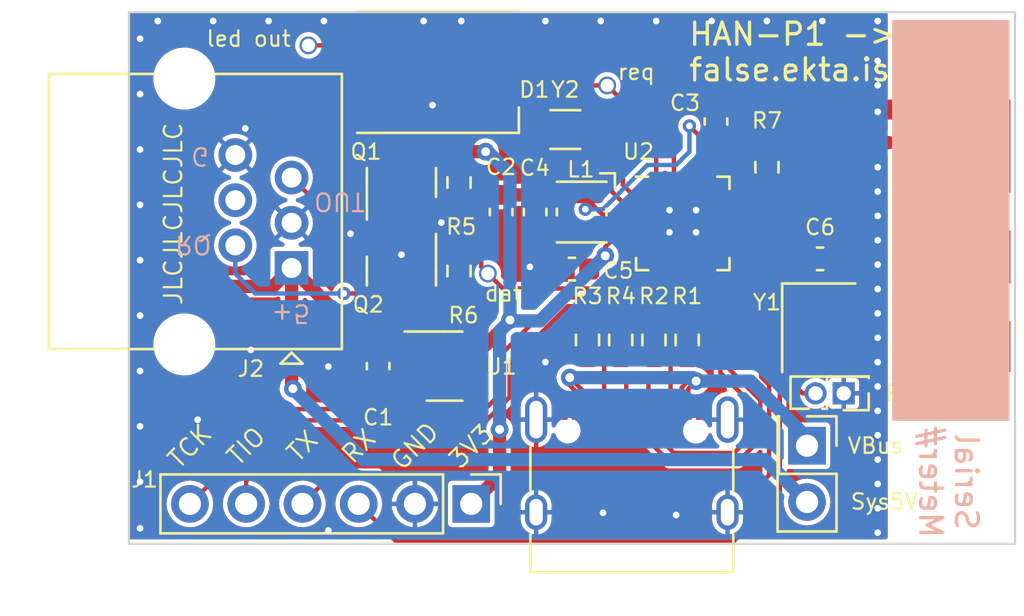
<source format=kicad_pcb>
(kicad_pcb (version 20211014) (generator pcbnew)
  (layers (0 "F.Cu" signal) (31 "B.Cu" signal) (34 "B.Paste" user) (35 "F.Paste" user) (36 "B.SilkS" user "B.Silkscreen") (37 "F.SilkS" user "F.Silkscreen") (38 "B.Mask" user) (39 "F.Mask" user) (44 "Edge.Cuts" user))
  (net 0 "")
  (net 1 "+5V")
  (net 2 "GND")
  (net 3 "/VDCIx")
  (net 4 "+3V3")
  (net 5 "/P1_REQ")
  (net 6 "/P1_OUT")
  (net 7 "/TIO")
  (net 8 "/TCK")
  (net 9 "/U_RX")
  (net 10 "/U_TX")
  (net 11 "Net-(L1-Pad2)")
  (net 12 "/P1_DATA")
  (net 13 "/P1_REQ_OUT")
  (net 15 "/USBP")
  (net 16 "/USBN")
  (net 18 "Net-(AE1-Pad1)")
  (net 21 "/LED_OUT3V3")
  (net 23 "Net-(D1-Pad1)")
  (net 26 "Net-(R7-Pad2)")
  (net 31 "/RST")
  (net 32 "/vinta")
  (net 33 "/x32o")
  (net 34 "/x32i")
  (net 36 "/clko")
  (net 37 "/clki")
  (net 38 "/cc1")
  (net 39 "/cc2")
  (net 40 "/vbus")
  (footprint "Package_TO_SOT_SMD:SOT-23" (layer "F.Cu") (at 112.3 85.6885 90)
    (fp_text reference "Q1" (at 1.3885 -1.6) (layer "F.SilkS") (effects (font (size 0.7 0.7) (thickness 0.1))))
    (fp_text value "BSS138")
    (pad "1" smd roundrect (at -0.9375 -0.95 90) (size 1.475 0.6) (layers "F.Cu" "F.Paste" "F.Mask") (net 6 "/P1_OUT"))
    (pad "2" smd roundrect (at -0.9375 0.95 90) (size 1.475 0.6) (layers "F.Cu" "F.Paste" "F.Mask") (net 2 "GND"))
    (pad "3" smd roundrect (at 0.9375 0 90) (size 1.475 0.6) (layers "F.Cu" "F.Paste" "F.Mask") (net 12 "/P1_DATA"))
  )
  (footprint "Package_TO_SOT_SMD:SOT-23-5" (layer "F.Cu") (at 114.2475 93.98)
    (fp_text reference "U1" (at 2.5525 0.02) (layer "F.SilkS") (effects (font (size 0.7 0.7) (thickness 0.1))))
    (fp_text value "MIC5504-3.3YM5")
    (pad "1" smd roundrect (at -1.1375 -0.95) (size 1.325 0.6) (layers "F.Cu" "F.Paste" "F.Mask") (net 1 "+5V"))
    (pad "2" smd roundrect (at -1.1375 0) (size 1.325 0.6) (layers "F.Cu" "F.Paste" "F.Mask") (net 2 "GND"))
    (pad "3" smd roundrect (at -1.1375 0.95) (size 1.325 0.6) (layers "F.Cu" "F.Paste" "F.Mask") (net 1 "+5V"))
    (pad "4" smd roundrect (at 1.1375 0.95) (size 1.325 0.6) (layers "F.Cu" "F.Paste" "F.Mask"))
    (pad "5" smd roundrect (at 1.1375 -0.95) (size 1.325 0.6) (layers "F.Cu" "F.Paste" "F.Mask") (net 4 "+3V3"))
  )
  (footprint "wch-antenna:ANT-F-1-2.4G-1.6MM-FR4-WCH-FLIP" (layer "F.Cu") (at 136.9 88.1 -90)
    (fp_text reference "AE1" hide)
    (fp_text value "Antenna_Loop" hide)
    (fp_poly (pts (xy 1.650319 -2.573093) (xy 2.150319 -2.573093) (xy 2.150319 0.246907) (xy 1.650319 0.246907)) (layer "F.Cu") (width 0) (fill solid))
    (fp_poly (pts (xy 3.850001 -2.892706) (xy 6.149998 -2.892706) (xy 6.149998 -2.392706) (xy 3.850001 -2.392706)) (layer "F.Cu") (width 0) (fill solid))
    (fp_poly (pts (xy -2.450387 -2.573021) (xy -1.950387 -2.573021) (xy -1.950387 0.246975) (xy -2.450387 0.246975)) (layer "F.Cu") (width 0) (fill solid))
    (fp_poly (pts (xy -6.149998 -2.892706) (xy -1.949999 -2.892706) (xy -1.949999 -2.392706) (xy -6.149998 -2.392706)) (layer "F.Cu") (width 0) (fill solid))
    (fp_poly (pts (xy -4.450385 -2.623822) (xy -3.950386 -2.623822) (xy -3.950386 2.707495) (xy -4.450385 2.707495)) (layer "F.Cu") (width 0) (fill solid))
    (fp_poly (pts (xy -0.250003 -2.892703) (xy 2.149997 -2.892703) (xy 2.149997 -2.392703) (xy -0.250003 -2.392703)) (layer "F.Cu") (width 0) (fill solid))
    (fp_poly (pts (xy -6.14968 -2.598494) (xy -5.24968 -2.598494) (xy -5.24968 2.457495) (xy -6.14968 2.457495)) (layer "F.Cu") (width 0) (fill solid))
    (fp_poly (pts (xy 3.850319 -2.573093) (xy 4.350319 -2.573093) (xy 4.350319 0.246907) (xy 3.850319 0.246907)) (layer "F.Cu") (width 0) (fill solid))
    (fp_poly (pts (xy -2.359993 -0.247506) (xy 0.180007 -0.247506) (xy 0.180007 0.247294) (xy -2.359993 0.247294)) (layer "F.Cu") (width 0) (fill solid))
    (fp_poly (pts (xy -0.25 -2.572703) (xy 0.250004 -2.572703) (xy 0.250004 0.247297) (xy -0.25 0.247297)) (layer "F.Cu") (width 0) (fill solid))
    (fp_poly (pts (xy 1.664613 -0.253021) (xy 4.153813 -0.253021) (xy 4.153813 0.246975) (xy 1.664613 0.246975)) (layer "F.Cu") (width 0) (fill solid))
    (fp_poly (pts (xy 5.650011 -2.572706) (xy 6.150008 -2.572706) (xy 6.150008 1.547294) (xy 5.650011 1.547294)) (layer "F.Cu") (width 0) (fill solid))
    (pad "1" smd rect (at -4.209996 2.6075 180) (size 0.2 0.2) (layers "F.Cu") (net 18 "Net-(AE1-Pad1)"))
    (pad "2" smd rect (at -5.69984 2.578749 180) (size 0.257498 0.89968) (layers "F.Cu") (net 2 "GND"))
  )
  (footprint "Capacitor_SMD:C_0603_1608Metric" (layer "F.Cu") (at 116.8 87.02475 -90)
    (fp_text reference "C2" (at -2.03475 0.006) (layer "F.SilkS") (effects (font (size 0.7 0.7) (thickness 0.1))))
    (fp_text value "2.2uF")
    (pad "1" smd roundrect (at -0.775 0 270) (size 0.9 0.95) (layers "F.Cu" "F.Paste" "F.Mask") (net 3 "/VDCIx"))
    (pad "2" smd roundrect (at 0.775 0 270) (size 0.9 0.95) (layers "F.Cu" "F.Paste" "F.Mask") (net 2 "GND"))
  )
  (footprint "Crystal:Crystal_SMD_3225-4Pin_3.2x2.5mm" (layer "F.Cu") (at 131.136 92.2505 -90)
    (fp_text reference "Y1" (at -1.1505 2.336) (layer "F.SilkS") (effects (font (size 0.7 0.7) (thickness 0.1))))
    (fp_text value "32M")
    (pad "1" smd rect (at -1.1 0.85 270) (size 1.4 1.2) (layers "F.Cu" "F.Paste" "F.Mask") (net 37 "/clki"))
    (pad "2" smd rect (at 1.1 0.85 270) (size 1.4 1.2) (layers "F.Cu" "F.Paste" "F.Mask") (net 2 "GND"))
    (pad "3" smd rect (at 1.1 -0.85 270) (size 1.4 1.2) (layers "F.Cu" "F.Paste" "F.Mask") (net 36 "/clko"))
    (pad "4" smd rect (at -1.1 -0.85 270) (size 1.4 1.2) (layers "F.Cu" "F.Paste" "F.Mask") (net 2 "GND"))
  )
  (footprint "Connector_PinHeader_1.27mm:PinHeader_2x01_P1.27mm_Vertical" (layer "F.Cu") (at 132.265 95.21 180)
    (fp_text reference "SW1" hide)
    (fp_text value "SW_Push")
    (fp_text user "RST" (at -2.835 0.01 unlocked) (layer "F.SilkS") (effects (font (size 0.7 0.7) (thickness 0.1))))
    (pad "1" thru_hole rect (at 0 0 180) (size 1 1) (drill 0.65) (layers *.Cu *.Mask) (net 2 "GND"))
    (pad "2" thru_hole oval (at 1.27 0 180) (size 1 1) (drill 0.65) (layers *.Cu *.Mask) (net 31 "/RST"))
  )
  (footprint "Capacitor_SMD:C_0603_1608Metric" (layer "F.Cu") (at 131.2 89.1385)
    (fp_text reference "C6" (at 0 -1.43) (layer "F.SilkS") (effects (font (size 0.7 0.7) (thickness 0.1))))
    (fp_text value "2.2uF")
    (pad "1" smd roundrect (at -0.775 0) (size 0.9 0.95) (layers "F.Cu" "F.Paste" "F.Mask") (net 32 "/vinta"))
    (pad "2" smd roundrect (at 0.775 0) (size 0.9 0.95) (layers "F.Cu" "F.Paste" "F.Mask") (net 2 "GND"))
  )
  (footprint "Package_TO_SOT_SMD:SOT-23" (layer "F.Cu") (at 112.3 89.6885 -90)
    (fp_text reference "Q2" (at 1.5115 1.5) (layer "F.SilkS") (effects (font (size 0.7 0.7) (thickness 0.1))))
    (fp_text value "BSS138")
    (pad "1" smd roundrect (at -0.9375 -0.95 270) (size 1.475 0.6) (layers "F.Cu" "F.Paste" "F.Mask") (net 13 "/P1_REQ_OUT"))
    (pad "2" smd roundrect (at -0.9375 0.95 270) (size 1.475 0.6) (layers "F.Cu" "F.Paste" "F.Mask") (net 2 "GND"))
    (pad "3" smd roundrect (at 0.9375 0 270) (size 1.475 0.6) (layers "F.Cu" "F.Paste" "F.Mask") (net 5 "/P1_REQ"))
  )
  (footprint "Resistor_SMD:R_0603_1608Metric" (layer "F.Cu") (at 120.7 92.8 -90)
    (fp_text reference "R3" (at -1.98 0 180) (layer "F.SilkS") (effects (font (size 0.7 0.7) (thickness 0.1))))
    (fp_text value "10k")
    (pad "1" smd roundrect (at -0.825 0 270) (size 0.8 0.95) (layers "F.Cu" "F.Paste" "F.Mask") (net 2 "GND"))
    (pad "2" smd roundrect (at 0.825 0 270) (size 0.8 0.95) (layers "F.Cu" "F.Paste" "F.Mask") (net 38 "/cc1"))
  )
  (footprint "Capacitor_SMD:C_0603_1608Metric" (layer "F.Cu") (at 120 89.6 180)
    (fp_text reference "C5" (at -2.09 -0.07) (layer "F.SilkS") (effects (font (size 0.7 0.7) (thickness 0.1))))
    (fp_text value "2.2uF")
    (pad "1" smd roundrect (at -0.775 0 180) (size 0.9 0.95) (layers "F.Cu" "F.Paste" "F.Mask") (net 4 "+3V3"))
    (pad "2" smd roundrect (at 0.775 0 180) (size 0.9 0.95) (layers "F.Cu" "F.Paste" "F.Mask") (net 2 "GND"))
  )
  (footprint "et-parts:L_Changjiang_FNR252012S" (layer "F.Cu") (at 120.436 87.02475 -90)
    (fp_text reference "L1" (at -1.92475 0.036) (layer "F.SilkS") (effects (font (size 0.7 0.7) (thickness 0.1))))
    (fp_text value "10uH")
    (pad "1" smd roundrect (at -0.825 0 270) (size 0.85 2) (layers "F.Cu" "F.Paste" "F.Mask") (net 3 "/VDCIx"))
    (pad "2" smd roundrect (at 0.825 0 270) (size 0.85 2) (layers "F.Cu" "F.Paste" "F.Mask") (net 11 "Net-(L1-Pad2)"))
  )
  (footprint "et-parts:TestPoint_Plated_Hole_0.6_D0.8mm" (layer "F.Cu") (at 108.1 79.5)
    (fp_text reference "TP3" hide)
    (fp_text value "TestPoint")
    (pad "1" thru_hole circle (at 0 0) (size 0.8 0.8) (drill 0.6) (layers *.Cu *.Mask) (net 23 "Net-(D1-Pad1)"))
  )
  (footprint "Resistor_SMD:R_0603_1608Metric" (layer "F.Cu") (at 128.8 85 -90)
    (fp_text reference "R7" (at -2.1 0 180) (layer "F.SilkS") (effects (font (size 0.7 0.7) (thickness 0.1))))
    (fp_text value "0")
    (pad "1" smd roundrect (at -0.825 0 270) (size 0.8 0.95) (layers "F.Cu" "F.Paste" "F.Mask") (net 18 "Net-(AE1-Pad1)"))
    (pad "2" smd roundrect (at 0.825 0 270) (size 0.8 0.95) (layers "F.Cu" "F.Paste" "F.Mask") (net 26 "Net-(R7-Pad2)"))
  )
  (footprint "et-parts:TestPoint_Plated_Hole_0.6_D0.8mm" (layer "F.Cu") (at 116.2 89.8)
    (fp_text reference "TP1" hide)
    (fp_text value "TestPoint")
    (pad "1" thru_hole circle (at 0 0) (size 0.8 0.8) (drill 0.6) (layers *.Cu *.Mask) (net 12 "/P1_DATA"))
  )
  (footprint "Package_DFN_QFN:QFN-28-1EP_4x4mm_P0.4mm_EP2.6x2.6mm" (layer "F.Cu") (at 125 87.5385)
    (fp_text reference "U2" (at -2 -3.2385) (layer "F.SilkS") (effects (font (size 0.7 0.7) (thickness 0.1))))
    (fp_text value "CH582F")
    (pad "1" smd roundrect (at -1.9375 -1.2) (size 0.875 0.2) (layers "F.Cu" "F.Paste" "F.Mask") (net 33 "/x32o"))
    (pad "2" smd roundrect (at -1.9375 -0.8) (size 0.875 0.2) (layers "F.Cu" "F.Paste" "F.Mask") (net 34 "/x32i"))
    (pad "3" smd roundrect (at -1.9375 -0.4) (size 0.875 0.2) (layers "F.Cu" "F.Paste" "F.Mask") (net 3 "/VDCIx"))
    (pad "4" smd roundrect (at -1.9375 0) (size 0.875 0.2) (layers "F.Cu" "F.Paste" "F.Mask") (net 11 "Net-(L1-Pad2)"))
    (pad "5" smd roundrect (at -1.9375 0.4) (size 0.875 0.2) (layers "F.Cu" "F.Paste" "F.Mask") (net 4 "+3V3"))
    (pad "6" smd roundrect (at -1.9375 0.8) (size 0.875 0.2) (layers "F.Cu" "F.Paste" "F.Mask") (net 12 "/P1_DATA"))
    (pad "7" smd roundrect (at -1.9375 1.2) (size 0.875 0.2) (layers "F.Cu" "F.Paste" "F.Mask"))
    (pad "8" smd roundrect (at -1.2 1.9375) (size 0.2 0.875) (layers "F.Cu" "F.Paste" "F.Mask") (net 8 "/TCK"))
    (pad "9" smd roundrect (at -0.8 1.9375) (size 0.2 0.875) (layers "F.Cu" "F.Paste" "F.Mask") (net 7 "/TIO"))
    (pad "10" smd roundrect (at -0.4 1.9375) (size 0.2 0.875) (layers "F.Cu" "F.Paste" "F.Mask"))
    (pad "11" smd roundrect (at 0 1.9375) (size 0.2 0.875) (layers "F.Cu" "F.Paste" "F.Mask"))
    (pad "12" smd roundrect (at 0.4 1.9375) (size 0.2 0.875) (layers "F.Cu" "F.Paste" "F.Mask") (net 15 "/USBP"))
    (pad "13" smd roundrect (at 0.8 1.9375) (size 0.2 0.875) (layers "F.Cu" "F.Paste" "F.Mask") (net 16 "/USBN"))
    (pad "14" smd roundrect (at 1.2 1.9375) (size 0.2 0.875) (layers "F.Cu" "F.Paste" "F.Mask") (net 10 "/U_TX"))
    (pad "15" smd roundrect (at 1.9375 1.2) (size 0.875 0.2) (layers "F.Cu" "F.Paste" "F.Mask") (net 9 "/U_RX"))
    (pad "16" smd roundrect (at 1.9375 0.8) (size 0.875 0.2) (layers "F.Cu" "F.Paste" "F.Mask") (net 31 "/RST"))
    (pad "17" smd roundrect (at 1.9375 0.4) (size 0.875 0.2) (layers "F.Cu" "F.Paste" "F.Mask"))
    (pad "18" smd roundrect (at 1.9375 0) (size 0.875 0.2) (layers "F.Cu" "F.Paste" "F.Mask") (net 36 "/clko"))
    (pad "19" smd roundrect (at 1.9375 -0.4) (size 0.875 0.2) (layers "F.Cu" "F.Paste" "F.Mask") (net 37 "/clki"))
    (pad "20" smd roundrect (at 1.9375 -0.8) (size 0.875 0.2) (layers "F.Cu" "F.Paste" "F.Mask") (net 32 "/vinta"))
    (pad "21" smd roundrect (at 1.9375 -1.2) (size 0.875 0.2) (layers "F.Cu" "F.Paste" "F.Mask") (net 26 "Net-(R7-Pad2)"))
    (pad "22" smd roundrect (at 1.2 -1.9375) (size 0.2 0.875) (layers "F.Cu" "F.Paste" "F.Mask") (net 3 "/VDCIx"))
    (pad "23" smd roundrect (at 0.8 -1.9375) (size 0.2 0.875) (layers "F.Cu" "F.Paste" "F.Mask"))
    (pad "24" smd roundrect (at 0.4 -1.9375) (size 0.2 0.875) (layers "F.Cu" "F.Paste" "F.Mask"))
    (pad "25" smd roundrect (at 0 -1.9375) (size 0.2 0.875) (layers "F.Cu" "F.Paste" "F.Mask"))
    (pad "26" smd roundrect (at -0.4 -1.9375) (size 0.2 0.875) (layers "F.Cu" "F.Paste" "F.Mask") (net 21 "/LED_OUT3V3"))
    (pad "27" smd roundrect (at -0.8 -1.9375) (size 0.2 0.875) (layers "F.Cu" "F.Paste" "F.Mask"))
    (pad "28" smd roundrect (at -1.2 -1.9375) (size 0.2 0.875) (layers "F.Cu" "F.Paste" "F.Mask") (net 13 "/P1_REQ_OUT"))
    (pad "29" smd rect (at 0 0) (size 2.6 2.6) (layers "F.Cu" "F.Mask") (net 2 "GND"))
  )
  (footprint "Capacitor_SMD:C_0603_1608Metric" (layer "F.Cu") (at 111.2475 93.98 -90)
    (fp_text reference "C1" (at 2.315 0) (layer "F.SilkS") (effects (font (size 0.7 0.7) (thickness 0.1))))
    (fp_text value "2.2uF")
    (pad "1" smd roundrect (at -0.775 0 270) (size 0.9 0.95) (layers "F.Cu" "F.Paste" "F.Mask") (net 1 "+5V"))
    (pad "2" smd roundrect (at 0.775 0 270) (size 0.9 0.95) (layers "F.Cu" "F.Paste" "F.Mask") (net 2 "GND"))
  )
  (footprint "Connector_PinHeader_2.54mm:PinHeader_1x06_P2.54mm_Vertical" (layer "F.Cu") (at 115.45 100.2 -90)
    (fp_text reference "J3" hide)
    (fp_text value "Conn_01x06")
    (pad "1" thru_hole rect (at 0 0 270) (size 1.7 1.7) (drill 1) (layers *.Cu *.Mask) (net 4 "+3V3"))
    (pad "2" thru_hole oval (at 0 2.54 270) (size 1.7 1.7) (drill 1) (layers *.Cu *.Mask) (net 2 "GND"))
    (pad "3" thru_hole oval (at 0 5.08 270) (size 1.7 1.7) (drill 1) (layers *.Cu *.Mask) (net 9 "/U_RX"))
    (pad "4" thru_hole oval (at 0 7.62 270) (size 1.7 1.7) (drill 1) (layers *.Cu *.Mask) (net 10 "/U_TX"))
    (pad "5" thru_hole oval (at 0 10.16 270) (size 1.7 1.7) (drill 1) (layers *.Cu *.Mask) (net 7 "/TIO"))
    (pad "6" thru_hole oval (at 0 12.7 270) (size 1.7 1.7) (drill 1) (layers *.Cu *.Mask) (net 8 "/TCK"))
  )
  (footprint "et-parts:TestPoint_Plated_Hole_0.6_D0.8mm" (layer "F.Cu") (at 121.59 81.31)
    (fp_text reference "TP2" hide)
    (fp_text value "TestPoint")
    (pad "1" thru_hole circle (at 0 0) (size 0.8 0.8) (drill 0.6) (layers *.Cu *.Mask) (net 13 "/P1_REQ_OUT"))
  )
  (footprint "LED_SMD:LED_WS2812B_PLCC4_5.0x5.0mm_P3.2mm" (layer "F.Cu") (at 113.95 80.7)
    (fp_text reference "D1" (at 4.35 0.8) (layer "F.SilkS") (effects (font (size 0.7 0.7) (thickness 0.1))))
    (fp_text value "WS2812B-V5/W")
    (pad "1" smd rect (at -2.45 -1.6) (size 1.5 1) (layers "F.Cu" "F.Paste" "F.Mask") (net 23 "Net-(D1-Pad1)"))
    (pad "2" smd rect (at -2.45 1.6) (size 1.5 1) (layers "F.Cu" "F.Paste" "F.Mask") (net 2 "GND"))
    (pad "3" smd rect (at 2.45 1.6) (size 1.5 1) (layers "F.Cu" "F.Paste" "F.Mask") (net 21 "/LED_OUT3V3"))
    (pad "4" smd rect (at 2.45 -1.6) (size 1.5 1) (layers "F.Cu" "F.Paste" "F.Mask") (net 1 "+5V"))
  )
  (footprint "Resistor_SMD:R_0603_1608Metric" (layer "F.Cu") (at 125.2 92.8 -90)
    (fp_text reference "R1" (at -1.98 0 180) (layer "F.SilkS") (effects (font (size 0.7 0.7) (thickness 0.1))))
    (fp_text value "10k")
    (pad "1" smd roundrect (at -0.825 0 270) (size 0.8 0.95) (layers "F.Cu" "F.Paste" "F.Mask") (net 2 "GND"))
    (pad "2" smd roundrect (at 0.825 0 270) (size 0.8 0.95) (layers "F.Cu" "F.Paste" "F.Mask") (net 39 "/cc2"))
  )
  (footprint "Resistor_SMD:R_0603_1608Metric" (layer "F.Cu") (at 122.2 92.8 -90)
    (fp_text reference "R4" (at -1.98 0 180) (layer "F.SilkS") (effects (font (size 0.7 0.7) (thickness 0.1))))
    (fp_text value "10k")
    (pad "1" smd roundrect (at -0.825 0 270) (size 0.8 0.95) (layers "F.Cu" "F.Paste" "F.Mask") (net 2 "GND"))
    (pad "2" smd roundrect (at 0.825 0 270) (size 0.8 0.95) (layers "F.Cu" "F.Paste" "F.Mask") (net 38 "/cc1"))
  )
  (footprint "Crystal:Crystal_SMD_3215-2Pin_3.2x1.5mm" (layer "F.Cu") (at 119.7 83.3 180)
    (fp_text reference "Y2" (at 0 1.8) (layer "F.SilkS") (effects (font (size 0.7 0.7) (thickness 0.1))))
    (fp_text value "32k")
    (pad "1" smd rect (at 1.25 0 180) (size 1 1.8) (layers "F.Cu" "F.Paste" "F.Mask") (net 34 "/x32i"))
    (pad "2" smd rect (at -1.25 0 180) (size 1 1.8) (layers "F.Cu" "F.Paste" "F.Mask") (net 33 "/x32o"))
  )
  (footprint "Resistor_SMD:R_0603_1608Metric" (layer "F.Cu") (at 114.9 89.6885 90)
    (fp_text reference "R6" (at -2 0.2) (layer "F.SilkS") (effects (font (size 0.7 0.7) (thickness 0.1))))
    (fp_text value "10k")
    (pad "1" smd roundrect (at -0.825 0 90) (size 0.8 0.95) (layers "F.Cu" "F.Paste" "F.Mask") (net 1 "+5V"))
    (pad "2" smd roundrect (at 0.825 0 90) (size 0.8 0.95) (layers "F.Cu" "F.Paste" "F.Mask") (net 5 "/P1_REQ"))
  )
  (footprint "Resistor_SMD:R_0603_1608Metric" (layer "F.Cu") (at 123.7 92.8 -90)
    (fp_text reference "R2" (at -1.98 0 180) (layer "F.SilkS") (effects (font (size 0.7 0.7) (thickness 0.1))))
    (fp_text value "10k")
    (pad "1" smd roundrect (at -0.825 0 270) (size 0.8 0.95) (layers "F.Cu" "F.Paste" "F.Mask") (net 2 "GND"))
    (pad "2" smd roundrect (at 0.825 0 270) (size 0.8 0.95) (layers "F.Cu" "F.Paste" "F.Mask") (net 39 "/cc2"))
  )
  (footprint "Capacitor_SMD:C_0603_1608Metric" (layer "F.Cu") (at 126.5 82.9385 90)
    (fp_text reference "C3" (at 0.8385 -1.4) (layer "F.SilkS") (effects (font (size 0.7 0.7) (thickness 0.1))))
    (fp_text value "2.2uF")
    (pad "1" smd roundrect (at -0.775 0 90) (size 0.9 0.95) (layers "F.Cu" "F.Paste" "F.Mask") (net 3 "/VDCIx"))
    (pad "2" smd roundrect (at 0.775 0 90) (size 0.9 0.95) (layers "F.Cu" "F.Paste" "F.Mask") (net 2 "GND"))
  )
  (footprint "Connector_USB:USB_C_Receptacle_XKB_U262-16XN-4BVC11" (layer "F.Cu") (at 122.7 99.5)
    (fp_text reference "J1" (at -22 -0.4) (layer "F.SilkS") (effects (font (size 0.7 0.7) (thickness 0.1))))
    (fp_text value "USB_C_Receptacle_USB2.0")
    (pad "" np_thru_hole circle (at 2.89 -2.605) (size 0.65 0.65) (drill 0.65) (layers *.Cu *.Mask))
    (pad "" np_thru_hole circle (at -2.89 -2.605) (size 0.65 0.65) (drill 0.65) (layers *.Cu *.Mask))
    (pad "A1" smd rect (at -3.35 -3.67) (size 0.3 1.15) (layers "F.Cu" "F.Paste" "F.Mask") (net 2 "GND"))
    (pad "A4" smd rect (at -2.55 -3.67) (size 0.3 1.15) (layers "F.Cu" "F.Paste" "F.Mask") (net 40 "/vbus"))
    (pad "A5" smd rect (at -1.25 -3.67) (size 0.3 1.15) (layers "F.Cu" "F.Paste" "F.Mask") (net 38 "/cc1"))
    (pad "A6" smd rect (at -0.25 -3.67) (size 0.3 1.15) (layers "F.Cu" "F.Paste" "F.Mask") (net 15 "/USBP"))
    (pad "A7" smd rect (at 0.25 -3.67) (size 0.3 1.15) (layers "F.Cu" "F.Paste" "F.Mask") (net 16 "/USBN"))
    (pad "A8" smd rect (at 1.25 -3.67) (size 0.3 1.15) (layers "F.Cu" "F.Paste" "F.Mask"))
    (pad "A9" smd rect (at 2.55 -3.67) (size 0.3 1.15) (layers "F.Cu" "F.Paste" "F.Mask") (net 40 "/vbus"))
    (pad "A12" smd rect (at 3.35 -3.67) (size 0.3 1.15) (layers "F.Cu" "F.Paste" "F.Mask") (net 2 "GND"))
    (pad "B1" smd rect (at 3.05 -3.67) (size 0.3 1.15) (layers "F.Cu" "F.Paste" "F.Mask") (net 2 "GND"))
    (pad "B4" smd rect (at 2.25 -3.67) (size 0.3 1.15) (layers "F.Cu" "F.Paste" "F.Mask") (net 40 "/vbus"))
    (pad "B5" smd rect (at 1.75 -3.67) (size 0.3 1.15) (layers "F.Cu" "F.Paste" "F.Mask") (net 39 "/cc2"))
    (pad "B6" smd rect (at 0.75 -3.67) (size 0.3 1.15) (layers "F.Cu" "F.Paste" "F.Mask") (net 15 "/USBP"))
    (pad "B7" smd rect (at -0.75 -3.67) (size 0.3 1.15) (layers "F.Cu" "F.Paste" "F.Mask") (net 16 "/USBN"))
    (pad "B8" smd rect (at -1.75 -3.67) (size 0.3 1.15) (layers "F.Cu" "F.Paste" "F.Mask"))
    (pad "B9" smd rect (at -2.25 -3.67) (size 0.3 1.15) (layers "F.Cu" "F.Paste" "F.Mask") (net 40 "/vbus"))
    (pad "B12" smd rect (at -3.05 -3.67) (size 0.3 1.15) (layers "F.Cu" "F.Paste" "F.Mask") (net 2 "GND"))
    (pad "S1" thru_hole oval (at 4.32 1.075) (size 1 1.6) (drill oval 0.6 1.2) (layers *.Cu *.Mask) (net 2 "GND"))
    (pad "S1" thru_hole oval (at -4.32 -3.105) (size 1 2.1) (drill oval 0.6 1.7) (layers *.Cu *.Mask) (net 2 "GND"))
    (pad "S1" thru_hole oval (at -4.32 1.075) (size 1 1.6) (drill oval 0.6 1.2) (layers *.Cu *.Mask) (net 2 "GND"))
    (pad "S1" thru_hole oval (at 4.32 -3.105) (size 1 2.1) (drill oval 0.6 1.7) (layers *.Cu *.Mask) (net 2 "GND"))
  )
  (footprint "Capacitor_SMD:C_0603_1608Metric" (layer "F.Cu") (at 118.336 87.02475 -90)
    (fp_text reference "C4" (at -1.99475 0.016) (layer "F.SilkS") (effects (font (size 0.7 0.7) (thickness 0.1))))
    (fp_text value "100nF")
    (pad "1" smd roundrect (at -0.775 0 270) (size 0.9 0.95) (layers "F.Cu" "F.Paste" "F.Mask") (net 3 "/VDCIx"))
    (pad "2" smd roundrect (at 0.775 0 270) (size 0.9 0.95) (layers "F.Cu" "F.Paste" "F.Mask") (net 2 "GND"))
  )
  (footprint "Connector_RJ:RJ25_Wayconn_MJEA-660X1_Horizontal" (layer "F.Cu") (at 107.34 89.55 -90)
    (fp_text reference "J2" (at 4.55 1.84) (layer "F.SilkS") (effects (font (size 0.7 0.7) (thickness 0.1))))
    (fp_text value "Connector_HAN_P1")
    (pad "" np_thru_hole circle locked (at 3.45 4.84 270) (size 2.3 2.3) (drill 2.3) (layers *.Cu *.Mask))
    (pad "" np_thru_hole circle locked (at -8.55 4.84 270) (size 2.3 2.3) (drill 2.3) (layers *.Cu *.Mask))
    (pad "1" thru_hole rect locked (at 0 0 270) (size 1.52 1.52) (drill 0.9) (layers *.Cu *.Mask) (net 1 "+5V"))
    (pad "2" thru_hole circle locked (at -1.02 2.54 270) (size 1.52 1.52) (drill 0.9) (layers *.Cu *.Mask) (net 5 "/P1_REQ"))
    (pad "3" thru_hole circle locked (at -2.04 0 270) (size 1.52 1.52) (drill 0.9) (layers *.Cu *.Mask) (net 2 "GND"))
    (pad "4" thru_hole circle locked (at -3.06 2.54 270) (size 1.52 1.52) (drill 0.9) (layers *.Cu *.Mask))
    (pad "5" thru_hole circle locked (at -4.08 0 270) (size 1.52 1.52) (drill 0.9) (layers *.Cu *.Mask) (net 6 "/P1_OUT"))
    (pad "6" thru_hole circle locked (at -5.1 2.54 270) (size 1.52 1.52) (drill 0.9) (layers *.Cu *.Mask) (net 2 "GND"))
  )
  (footprint "Resistor_SMD:R_0603_1608Metric" (layer "F.Cu") (at 114.9 85.6885 90)
    (fp_text reference "R5" (at -2 0.1) (layer "F.SilkS") (effects (font (size 0.7 0.7) (thickness 0.1))))
    (fp_text value "10k")
    (pad "1" smd roundrect (at -0.825 0 90) (size 0.8 0.95) (layers "F.Cu" "F.Paste" "F.Mask") (net 12 "/P1_DATA"))
    (pad "2" smd roundrect (at 0.825 0 90) (size 0.8 0.95) (layers "F.Cu" "F.Paste" "F.Mask") (net 4 "+3V3"))
  )
  (footprint "Connector_PinHeader_2.54mm:PinHeader_2x01_P2.54mm_Vertical" (layer "F.Cu") (at 130.61 97.575 -90)
    (fp_text reference "JP1" hide)
    (fp_text value "Jumper_2_Open")
    (fp_text user "VBus" (at 0 -3.09 unlocked) (layer "F.SilkS") (effects (font (size 0.7 0.7) (thickness 0.1))))
    (fp_text user "Sys5V" (at 2.525 -3.49 unlocked) (layer "F.SilkS") (effects (font (size 0.7 0.7) (thickness 0.1))))
    (pad "1" thru_hole rect (at 0 0 270) (size 1.7 1.7) (drill 1) (layers *.Cu *.Mask) (net 40 "/vbus"))
    (pad "2" thru_hole oval (at 2.54 0 270) (size 1.7 1.7) (drill 1) (layers *.Cu *.Mask) (net 1 "+5V"))
  )
  (gr_rect (start 134.5 78.4) (end 139.7 96.4) (layer "B.SilkS") (width 0.1) (fill solid))
  (gr_rect (start 100 78) (end 140 102) (layer "Edge.Cuts") (width 0.1) (fill none))
  (gr_text "OUT" (at 109.5 86.55 180) (layer "B.SilkS") (effects (font (size 0.8 0.8) (thickness 0.1)) (justify mirror)))
  (gr_text "Serial\nMeter#" (at 137 99.2 270) (layer "B.SilkS") (effects (font (size 1 1)) (justify mirror)))
  (gr_text "G" (at 103.2 84.5 180) (layer "B.SilkS") (effects (font (size 0.8 0.8) (thickness 0.1)) (justify mirror)))
  (gr_text "RQ" (at 102.9 88.5 180) (layer "B.SilkS") (effects (font (size 0.8 0.8) (thickness 0.1)) (justify mirror)))
  (gr_text "+5" (at 107.3 91.6 180) (layer "B.SilkS") (effects (font (size 0.8 0.8) (thickness 0.1)) (justify mirror)))
  (gr_text "led out" (at 105.4 79.2) (layer "F.SilkS") (effects (font (size 0.7 0.7) (thickness 0.1))))
  (gr_text "TIO" (at 105.29 97.600001 45) (layer "F.SilkS") (effects (font (size 0.8 0.8) (thickness 0.1))))
  (gr_text "JLCJLCJLCJLC" (at 102 87.1 90) (layer "F.SilkS") (effects (font (size 0.8 0.8) (thickness 0.1))))
  (gr_text "TX" (at 107.83 97.600001 45) (layer "F.SilkS") (effects (font (size 0.8 0.8) (thickness 0.1))))
  (gr_text "HAN-P1 -> BLE\nfalse.ekta.is 2022" (at 125.2 79.8) (layer "F.SilkS") (effects (font (size 1 1)) (justify left)))
  (gr_text "req" (at 122.9 80.7) (layer "F.SilkS") (effects (font (size 0.7 0.7) (thickness 0.1))))
  (gr_text "GND" (at 112.91 97.6 45) (layer "F.SilkS") (effects (font (size 0.8 0.8) (thickness 0.1))))
  (gr_text "3V3" (at 115.45 97.6 45) (layer "F.SilkS") (effects (font (size 0.8 0.8) (thickness 0.1))))
  (gr_text "TCK" (at 102.75 97.6 45) (layer "F.SilkS") (effects (font (size 0.8 0.8) (thickness 0.1))))
  (gr_text "dat" (at 116.9 90.7) (layer "F.SilkS") (effects (font (size 0.7 0.7) (thickness 0.1))))
  (gr_text "RX" (at 110.37 97.6 45) (layer "F.SilkS") (effects (font (size 0.8 0.8) (thickness 0.1))))
  (segment (start 111.2475 93.205) (end 110.995 93.205) (width 0.6) (layer "F.Cu") (net 1))
  (segment (start 107.4 82.3) (end 108.9 80.8) (width 0.6) (layer "F.Cu") (net 1))
  (segment (start 113.11 93.03) (end 111.4225 93.03) (width 0.6) (layer "F.Cu") (net 1))
  (segment (start 111.241 93.1985) (end 111.2475 93.205) (width 0.6) (layer "F.Cu") (net 1))
  (segment (start 111.4225 93.03) (end 111.2475 93.205) (width 0.6) (layer "F.Cu") (net 1))
  (segment (start 113.5 93.03) (end 113.11 93.03) (width 0.2) (layer "F.Cu") (net 1))
  (segment (start 110.995 93.205) (end 107.34 89.55) (width 0.6) (layer "F.Cu") (net 1))
  (segment (start 113.11 93.03) (end 113.11 92.2785) (width 0.6) (layer "F.Cu") (net 1))
  (segment (start 106.51 90.38) (end 107.34 89.55) (width 0.6) (layer "F.Cu") (net 1))
  (segment (start 107.34 94.94) (end 107.34 89.55) (width 0.6) (layer "F.Cu") (net 1))
  (segment (start 114.22 93.75) (end 113.5 93.03) (width 0.2) (layer "F.Cu") (net 1))
  (segment (start 113.11 92.2785) (end 114.875 90.5135) (width 0.6) (layer "F.Cu") (net 1))
  (segment (start 108.9 80.8) (end 114.8 80.8) (width 0.6) (layer "F.Cu") (net 1))
  (segment (start 113.11 94.93) (end 113.65 94.93) (width 0.2) (layer "F.Cu") (net 1))
  (segment (start 102 88.53) (end 103.85 90.38) (width 0.6) (layer "F.Cu") (net 1))
  (segment (start 114.8 80.8) (end 116.4 79.2) (width 0.6) (layer "F.Cu") (net 1))
  (segment (start 103.85 90.38) (end 106.51 90.38) (width 0.6) (layer "F.Cu") (net 1))
  (segment (start 103.9 82.3) (end 102 84.2) (width 0.6) (layer "F.Cu") (net 1))
  (segment (start 114.22 94.36) (end 114.22 93.75) (width 0.2) (layer "F.Cu") (net 1))
  (segment (start 102 84.2) (end 102 88.53) (width 0.6) (layer "F.Cu") (net 1))
  (segment (start 113.65 94.93) (end 114.22 94.36) (width 0.2) (layer "F.Cu") (net 1))
  (segment (start 107.4 95) (end 107.34 94.94) (width 0.6) (layer "F.Cu") (net 1))
  (segment (start 103.9 82.3) (end 107.4 82.3) (width 0.6) (layer "F.Cu") (net 1))
  (segment (start 114.875 90.5135) (end 114.9 90.5135) (width 0.6) (layer "F.Cu") (net 1))
  (via (at 107.4 95) (size 0.8) (drill 0.4) (layers "F.Cu" "B.Cu") (net 1))
  (segment (start 130.61 100.115) (end 128.695 98.2) (width 0.6) (layer "B.Cu") (net 1))
  (segment (start 128.695 98.2) (end 113.1 98.2) (width 0.6) (layer "B.Cu") (net 1))
  (segment (start 113.1 98.2) (end 110.6 98.2) (width 0.6) (layer "B.Cu") (net 1))
  (segment (start 110.6 98.2) (end 107.4 95) (width 0.6) (layer "B.Cu") (net 1))
  (via (at 109 101.4) (size 0.6) (drill 0.3) (layers "F.Cu" "B.Cu") (net 2))
  (via (at 100.5 86.7) (size 0.6) (drill 0.3) (layers "F.Cu" "B.Cu") (net 2))
  (via (at 124.7 100.7) (size 0.6) (drill 0.3) (layers "F.Cu" "B.Cu") (net 2))
  (via (at 133.8 89.4) (size 0.6) (drill 0.3) (layers "F.Cu" "B.Cu") (net 2))
  (via (at 100.5 101.3) (size 0.6) (drill 0.3) (layers "F.Cu" "B.Cu") (net 2))
  (via (at 109 94) (size 0.6) (drill 0.3) (layers "F.Cu" "B.Cu") (net 2))
  (via (at 114.1 87.5) (size 0.6) (drill 0.3) (layers "F.Cu" "B.Cu") (net 2))
  (via (at 133.8 88.3) (size 0.6) (drill 0.3) (layers "F.Cu" "B.Cu") (net 2))
  (via (at 118.8 78.4) (size 0.6) (drill 0.3) (layers "F.Cu" "B.Cu") (net 2))
  (via (at 133.8 91.6) (size 0.6) (drill 0.3) (layers "F.Cu" "B.Cu") (net 2))
  (via (at 121.3 78.4) (size 0.6) (drill 0.3) (layers "F.Cu" "B.Cu") (net 2))
  (via (at 100.5 94.2) (size 0.6) (drill 0.3) (layers "F.Cu" "B.Cu") (net 2))
  (via (at 110 88) (size 0.6) (drill 0.3) (layers "F.Cu" "B.Cu") (net 2))
  (via (at 133.8 80.2) (size 0.6) (drill 0.3) (layers "F.Cu" "B.Cu") (net 2))
  (via (at 133.8 92.7) (size 0.6) (drill 0.3) (layers "F.Cu" "B.Cu") (net 2))
  (via (at 100.5 99.2) (size 0.6) (drill 0.3) (layers "F.Cu" "B.Cu") (net 2))
  (via (at 105.5 93.25) (size 0.6) (drill 0.3) (layers "F.Cu" "B.Cu") (net 2))
  (via (at 133.8 78.4) (size 0.6) (drill 0.3) (layers "F.Cu" "B.Cu") (net 2))
  (via (at 133.8 90.5) (size 0.6) (drill 0.3) (layers "F.Cu" "B.Cu") (net 2))
  (via (at 133.8 87.2) (size 0.6) (drill 0.3) (layers "F.Cu" "B.Cu") (net 2))
  (via (at 106.3 78.4) (size 0.6) (drill 0.3) (layers "F.Cu" "B.Cu") (net 2))
  (via (at 113.3 78.4) (size 0.6) (drill 0.3) (layers "F.Cu" "B.Cu") (net 2))
  (via (at 121.4 100.6) (size 0.6) (drill 0.3) (layers "F.Cu" "B.Cu") (net 2))
  (via (at 133.8 82.5) (size 0.6) (drill 0.3) (layers "F.Cu" "B.Cu") (net 2))
  (via (at 133.8 99.3) (size 0.6) (drill 0.3) (layers "F.Cu" "B.Cu") (net 2))
  (via (at 133.8 101.5) (size 0.6) (drill 0.3) (layers "F.Cu" "B.Cu") (net 2))
  (via (at 100.5 89.2) (size 0.6) (drill 0.3) (layers "F.Cu" "B.Cu") (net 2))
  (via (at 128.8 78.4) (size 0.6) (drill 0.3) (layers "F.Cu" "B.Cu") (net 2))
  (via (at 100.5 91.7) (size 0.6) (drill 0.3) (layers "F.Cu" "B.Cu") (net 2))
  (via (at 118.8 93.8) (size 0.6) (drill 0.3) (layers "F.Cu" "B.Cu") (net 2))
  (via (at 123.8 78.4) (size 0.6) (drill 0.3) (layers "F.Cu" "B.Cu") (net 2))
  (via (at 133.8 94.9) (size 0.6) (drill 0.3) (layers "F.Cu" "B.Cu") (net 2))
  (via (at 100.5 81.7) (size 0.6) (drill 0.3) (layers "F.Cu" "B.Cu") (net 2))
  (via (at 103.8 78.4) (size 0.6) (drill 0.3) (layers "F.Cu" "B.Cu") (net 2))
  (via (at 133.8 81.3) (size 0.6) (drill 0.3) (layers "F.Cu" "B.Cu") (net 2))
  (via (at 100.5 84.2) (size 0.6) (drill 0.3) (layers "F.Cu" "B.Cu") (net 2))
  (via (at 131.3 78.4) (size 0.6) (drill 0.3) (layers "F.Cu" "B.Cu") (net 2))
  (via (at 133.8 100.4) (size 0.6) (drill 0.3) (layers "F.Cu" "B.Cu") (net 2))
  (via (at 133.8 98.2) (size 0.6) (drill 0.3) (layers "F.Cu" "B.Cu") (net 2))
  (via (at 103.1 96.4) (size 0.6) (drill 0.3) (layers "F.Cu" "B.Cu") (net 2))
  (via (at 112.3 88.95) (size 0.6) (drill 0.3) (layers "F.Cu" "B.Cu") (net 2))
  (via (at 133.8 86.1) (size 0.6) (drill 0.3) (layers "F.Cu" "B.Cu") (net 2))
  (via (at 101.3 78.4) (size 0.6) (drill 0.3) (layers "F.Cu" "B.Cu") (net 2))
  (via (at 115 78.4) (size 0.6) (drill 0.3) (layers "F.Cu" "B.Cu") (net 2))
  (via (at 133.8 96) (size 0.6) (drill 0.3) (layers "F.Cu" "B.Cu") (net 2))
  (via (at 133.8 97.1) (size 0.6) (drill 0.3) (layers "F.Cu" "B.Cu") (net 2))
  (via (at 133.8 93.8) (size 0.6) (drill 0.3) (layers "F.Cu" "B.Cu") (net 2))
  (via (at 118.1 89.5) (size 0.6) (drill 0.3) (layers "F.Cu" "B.Cu") (net 2))
  (via (at 124.4 87.9385) (size 0.6) (drill 0.3) (layers "F.Cu" "B.Cu") (net 2))
  (via (at 100.5 96.7) (size 0.6) (drill 0.3) (layers "F.Cu" "B.Cu") (net 2))
  (via (at 100.5 79.2) (size 0.6) (drill 0.3) (layers "F.Cu" "B.Cu") (net 2))
  (via (at 113.7 82.2) (size 0.6) (drill 0.3) (layers "F.Cu" "B.Cu") (net 2))
  (via (at 125.6 87.9385) (size 0.6) (drill 0.3) (layers "F.Cu" "B.Cu") (net 2))
  (via (at 126.3 78.4) (size 0.6) (drill 0.3) (layers "F.Cu" "B.Cu") (net 2))
  (via (at 125.6 86.9385) (size 0.6) (drill 0.3) (layers "F.Cu" "B.Cu") (net 2))
  (via (at 124.4 86.9385) (size 0.6) (drill 0.3) (layers "F.Cu" "B.Cu") (net 2))
  (via (at 133.8 85) (size 0.6) (drill 0.3) (layers "F.Cu" "B.Cu") (net 2))
  (via (at 105.25 83.25) (size 0.6) (drill 0.3) (layers "F.Cu" "B.Cu") (net 2))
  (via (at 108.8 78.4) (size 0.6) (drill 0.3) (layers "F.Cu" "B.Cu") (net 2))
  (segment (start 118.336 86.24975) (end 116.8 86.24975) (width 0.6) (layer "F.Cu") (net 3))
  (segment (start 118.336 86.24975) (end 120.386 86.24975) (width 0.6) (layer "F.Cu") (net 3))
  (segment (start 120.6 86.91275) (end 120.6 86.12625) (width 0.2) (layer "F.Cu") (net 3))
  (segment (start 120.386 86.24975) (end 120.436 86.19975) (width 0.6) (layer "F.Cu") (net 3))
  (segment (start 126.2 84.0135) (end 126.5 83.7135) (width 0.2) (layer "F.Cu") (net 3))
  (segment (start 126.2 85.601) (end 126.2 84.0135) (width 0.2) (layer "F.Cu") (net 3))
  (segment (start 123.0625 87.1385) (end 121.37475 87.1385) (width 0.2) (layer "F.Cu") (net 3))
  (segment (start 126.5 83.7135) (end 125.875 83.7135) (width 0.2) (layer "F.Cu") (net 3))
  (segment (start 125.875 83.7135) (end 125.3 83.1385) (width 0.2) (layer "F.Cu") (net 3))
  (segment (start 120.66225 85.96225) (end 120.436 85.96225) (width 0.2) (layer "F.Cu") (net 3))
  (segment (start 121.37475 87.1385) (end 120.436 86.19975) (width 0.2) (layer "F.Cu") (net 3))
  (via (at 125.3 83.1385) (size 0.6) (drill 0.3) (layers "F.Cu" "B.Cu") (net 3))
  (via (at 120.6 86.9) (size 0.6) (drill 0.3) (layers "F.Cu" "B.Cu") (net 3))
  (segment (start 120.6 86.9) (end 121.4 86.9) (width 0.2) (layer "B.Cu") (net 3))
  (segment (start 121.4 86.9) (end 123.4 84.9) (width 0.2) (layer "B.Cu") (net 3))
  (segment (start 125.3 84.3) (end 125.3 83.1385) (width 0.2) (layer "B.Cu") (net 3))
  (segment (start 124.7 84.9) (end 125.3 84.3) (width 0.2) (layer "B.Cu") (net 3))
  (segment (start 123.4 84.9) (end 124.7 84.9) (width 0.2) (layer "B.Cu") (net 3))
  (segment (start 121.5005 88.5995) (end 121.5005 89) (width 0.2) (layer "F.Cu") (net 4))
  (segment (start 116.1085 93.03) (end 117.2 91.9385) (width 0.6) (layer "F.Cu") (net 4))
  (segment (start 122.1615 87.9385) (end 121.5005 88.5995) (width 0.2) (layer "F.Cu") (net 4))
  (segment (start 116.73 96.84) (end 116.73 98.92) (width 0.6) (layer "F.Cu") (net 4))
  (segment (start 120.9005 89.6) (end 121.5005 89) (width 0.6) (layer "F.Cu") (net 4))
  (segment (start 115.385 93.03) (end 116.1085 93.03) (width 0.6) (layer "F.Cu") (net 4))
  (segment (start 116.1 84.3) (end 115.4635 84.3) (width 0.6) (layer "F.Cu") (net 4))
  (segment (start 116.73 98.92) (end 115.45 100.2) (width 0.6) (layer "F.Cu") (net 4))
  (segment (start 115.4635 84.3) (end 114.9 84.8635) (width 0.6) (layer "F.Cu") (net 4))
  (segment (start 123.0625 87.9385) (end 122.1615 87.9385) (width 0.2) (layer "F.Cu") (net 4))
  (segment (start 120.775 89.6) (end 120.9005 89.6) (width 0.6) (layer "F.Cu") (net 4))
  (via (at 117.2 91.9) (size 0.8) (drill 0.4) (layers "F.Cu" "B.Cu") (net 4))
  (via (at 121.5005 89) (size 0.8) (drill 0.4) (layers "F.Cu" "B.Cu") (net 4))
  (via (at 116.1 84.3) (size 0.8) (drill 0.4) (layers "F.Cu" "B.Cu") (net 4))
  (via (at 116.73 96.84) (size 0.8) (drill 0.4) (layers "F.Cu" "B.Cu") (net 4))
  (segment (start 116.73 92.4085) (end 117.2 91.9385) (width 0.6) (layer "B.Cu") (net 4))
  (segment (start 118.562 91.9385) (end 117.2 91.9385) (width 0.6) (layer "B.Cu") (net 4))
  (segment (start 116.2 84.3) (end 116.1 84.3) (width 0.6) (layer "B.Cu") (net 4))
  (segment (start 116.73 96.84) (end 116.73 92.4085) (width 0.6) (layer "B.Cu") (net 4))
  (segment (start 117.2 85.3) (end 116.2 84.3) (width 0.6) (layer "B.Cu") (net 4))
  (segment (start 121.5005 89) (end 118.562 91.9385) (width 0.6) (layer "B.Cu") (net 4))
  (segment (start 117.2 91.9385) (end 117.2 85.3) (width 0.6) (layer "B.Cu") (net 4))
  (segment (start 112.226 90.7) (end 112.3 90.626) (width 0.2) (layer "F.Cu") (net 5))
  (segment (start 109.7 90.7) (end 112.226 90.7) (width 0.2) (layer "F.Cu") (net 5))
  (segment (start 112.3 90.626) (end 113.1375 90.626) (width 0.2) (layer "F.Cu") (net 5))
  (segment (start 113.1375 90.626) (end 114.9 88.8635) (width 0.2) (layer "F.Cu") (net 5))
  (via (at 109.7 90.7) (size 0.6) (drill 0.3) (layers "F.Cu" "B.Cu") (net 5))
  (segment (start 104.8 88.53) (end 104.8 89.8) (width 0.2) (layer "B.Cu") (net 5))
  (segment (start 104.8 89.8) (end 105.7 90.7) (width 0.2) (layer "B.Cu") (net 5))
  (segment (start 105.7 90.7) (end 109.7 90.7) (width 0.2) (layer "B.Cu") (net 5))
  (segment (start 107.34 85.47) (end 108.496 86.626) (width 0.2) (layer "F.Cu") (net 6))
  (segment (start 111.35 86.626) (end 108.496 86.626) (width 0.2) (layer "F.Cu") (net 6))
  (segment (start 105.29 100.2) (end 105.29 99.16) (width 0.2) (layer "F.Cu") (net 7))
  (segment (start 117.18 95.385685) (end 117.18 93.91) (width 0.2) (layer "F.Cu") (net 7))
  (segment (start 119.815 91.275) (end 123.175 91.275) (width 0.2) (layer "F.Cu") (net 7))
  (segment (start 124.2 90.25) (end 124.2 89.476) (width 0.2) (layer "F.Cu") (net 7))
  (segment (start 108.02 96.43) (end 116.135685 96.43) (width 0.2) (layer "F.Cu") (net 7))
  (segment (start 116.135685 96.43) (end 117.18 95.385685) (width 0.2) (layer "F.Cu") (net 7))
  (segment (start 105.29 99.16) (end 108.02 96.43) (width 0.2) (layer "F.Cu") (net 7))
  (segment (start 117.18 93.91) (end 119.815 91.275) (width 0.2) (layer "F.Cu") (net 7))
  (segment (start 123.175 91.275) (end 124.2 90.25) (width 0.2) (layer "F.Cu") (net 7))
  (segment (start 122.401 90.875) (end 119.375 90.875) (width 0.2) (layer "F.Cu") (net 8))
  (segment (start 116.69 95.31) (end 116.08 95.92) (width 0.2) (layer "F.Cu") (net 8))
  (segment (start 116.69 93.56) (end 116.69 95.31) (width 0.2) (layer "F.Cu") (net 8))
  (segment (start 119.375 90.875) (end 116.69 93.56) (width 0.2) (layer "F.Cu") (net 8))
  (segment (start 116.08 95.92) (end 107.03 95.92) (width 0.2) (layer "F.Cu") (net 8))
  (segment (start 107.03 95.92) (end 102.75 100.2) (width 0.2) (layer "F.Cu") (net 8))
  (segment (start 123.8 89.476) (end 122.401 90.875) (width 0.2) (layer "F.Cu") (net 8))
  (segment (start 127.280499 101.899501) (end 112.069501 101.899501) (width 0.2) (layer "F.Cu") (net 9))
  (segment (start 127.999501 89.449501) (end 127.999501 92.16) (width 0.2) (layer "F.Cu") (net 9))
  (segment (start 127.999501 92.16) (end 128.939501 93.1) (width 0.2) (layer "F.Cu") (net 9))
  (segment (start 129.38 94.745685) (end 129.38 99.8) (width 0.2) (layer "F.Cu") (net 9))
  (segment (start 126.9375 88.7385) (end 127.2885 88.7385) (width 0.2) (layer "F.Cu") (net 9))
  (segment (start 129.38 99.8) (end 127.280499 101.899501) (width 0.2) (layer "F.Cu") (net 9))
  (segment (start 112.069501 101.899501) (end 110.37 100.2) (width 0.2) (layer "F.Cu") (net 9))
  (segment (start 128.939501 94.305186) (end 129.38 94.745685) (width 0.2) (layer "F.Cu") (net 9))
  (segment (start 127.2885 88.7385) (end 127.999501 89.449501) (width 0.2) (layer "F.Cu") (net 9))
  (segment (start 128.939501 93.1) (end 128.939501 94.305186) (width 0.2) (layer "F.Cu") (net 9))
  (segment (start 111.6 100.7) (end 112.4 101.5) (width 0.2) (layer "F.Cu") (net 10))
  (segment (start 128.9 94.831371) (end 128.539501 94.470871) (width 0.2) (layer "F.Cu") (net 10))
  (segment (start 127.6 92.326185) (end 127.6 90.876) (width 0.2) (layer "F.Cu") (net 10))
  (segment (start 111.6 99.3) (end 111.6 100.7) (width 0.2) (layer "F.Cu") (net 10))
  (segment (start 128.9 98.9) (end 128.9 94.831371) (width 0.2) (layer "F.Cu") (net 10))
  (segment (start 109.13 98.9) (end 111.2 98.9) (width 0.2) (layer "F.Cu") (net 10))
  (segment (start 111.2 98.9) (end 111.6 99.3) (width 0.2) (layer "F.Cu") (net 10))
  (segment (start 107.83 100.2) (end 109.13 98.9) (width 0.2) (layer "F.Cu") (net 10))
  (segment (start 116.5 101.5) (end 117.1 100.9) (width 0.2) (layer "F.Cu") (net 10))
  (segment (start 128.539501 93.265686) (end 127.6 92.326185) (width 0.2) (layer "F.Cu") (net 10))
  (segment (start 128.539501 94.470871) (end 128.539501 93.265686) (width 0.2) (layer "F.Cu") (net 10))
  (segment (start 128.6 99.2) (end 128.9 98.9) (width 0.2) (layer "F.Cu") (net 10))
  (segment (start 127.6 90.876) (end 126.2 89.476) (width 0.2) (layer "F.Cu") (net 10))
  (segment (start 112.4 101.5) (end 116.5 101.5) (width 0.2) (layer "F.Cu") (net 10))
  (segment (start 117.1 100.9) (end 117.1 100.2) (width 0.2) (layer "F.Cu") (net 10))
  (segment (start 118.1 99.2) (end 128.6 99.2) (width 0.2) (layer "F.Cu") (net 10))
  (segment (start 117.1 100.2) (end 118.1 99.2) (width 0.2) (layer "F.Cu") (net 10))
  (segment (start 123.0625 87.5385) (end 121.6615 87.5385) (width 0.2) (layer "F.Cu") (net 11))
  (segment (start 121.11275 88.08725) (end 120.436 88.08725) (width 0.2) (layer "F.Cu") (net 11))
  (segment (start 121.6615 87.5385) (end 121.11275 88.08725) (width 0.2) (layer "F.Cu") (net 11))
  (segment (start 115.9 87.5135) (end 114.9 86.5135) (width 0.2) (layer "F.Cu") (net 12))
  (segment (start 113.1375 84.751) (end 114.9 86.5135) (width 0.2) (layer "F.Cu") (net 12))
  (segment (start 116.875 90.475) (end 121.975 90.475) (width 0.2) (layer "F.Cu") (net 12))
  (segment (start 116.2 89.8) (end 116.875 90.475) (width 0.2) (layer "F.Cu") (net 12))
  (segment (start 113.1375 84.751) (end 112.3 84.751) (width 0.2) (layer "F.Cu") (net 12))
  (segment (start 115.9 87.5135) (end 115.9 89.5) (width 0.2) (layer "F.Cu") (net 12))
  (segment (start 115.9 89.5) (end 116.2 89.8) (width 0.2) (layer "F.Cu") (net 12))
  (segment (start 122.2 88.6) (end 122.4615 88.3385) (width 0.2) (layer "F.Cu") (net 12))
  (segment (start 122.4615 88.3385) (end 123.0625 88.3385) (width 0.2) (layer "F.Cu") (net 12))
  (segment (start 121.975 90.475) (end 122.2 90.25) (width 0.2) (layer "F.Cu") (net 12))
  (segment (start 122.2 90.25) (end 122.2 88.6) (width 0.2) (layer "F.Cu") (net 12))
  (segment (start 113.25 88.751) (end 112.3 87.801) (width 0.2) (layer "F.Cu") (net 13))
  (segment (start 112.3 87.801) (end 112.3 86.15) (width 0.2) (layer "F.Cu") (net 13))
  (segment (start 117.5 83.05) (end 117.5 82.4) (width 0.2) (layer "F.Cu") (net 13))
  (segment (start 118.59 81.31) (end 117.5 82.4) (width 0.2) (layer "F.Cu") (net 13))
  (segment (start 117.25 83.3) (end 117.5 83.05) (width 0.2) (layer "F.Cu") (net 13))
  (segment (start 111.5 83.7) (end 111.9 83.3) (width 0.2) (layer "F.Cu") (net 13))
  (segment (start 111.5 85.35) (end 111.5 83.7) (width 0.2) (layer "F.Cu") (net 13))
  (segment (start 112.3 86.15) (end 111.5 85.35) (width 0.2) (layer "F.Cu") (net 13))
  (segment (start 123.8 83.52) (end 121.59 81.31) (width 0.2) (layer "F.Cu") (net 13))
  (segment (start 121.59 81.31) (end 118.59 81.31) (width 0.2) (layer "F.Cu") (net 13))
  (segment (start 123.8 85.601) (end 123.8 83.52) (width 0.2) (layer "F.Cu") (net 13))
  (segment (start 111.9 83.3) (end 117.25 83.3) (width 0.2) (layer "F.Cu") (net 13))
  (segment (start 122.45 94.75) (end 122.45 95.83) (width 0.2) (layer "F.Cu") (net 15))
  (segment (start 128.1 95.682844) (end 126.7 94.282844) (width 0.2) (layer "F.Cu") (net 15))
  (segment (start 125.4 90.82996) (end 125.4 89.476) (width 0.2) (layer "F.Cu") (net 15))
  (segment (start 126.7 92.12996) (end 125.4 90.82996) (width 0.2) (layer "F.Cu") (net 15))
  (segment (start 126.7 94.282844) (end 126.7 92.12996) (width 0.2) (layer "F.Cu") (net 15))
  (segment (start 124.6 97.9) (end 127.317156 97.9) (width 0.2) (layer "F.Cu") (net 15))
  (segment (start 128.1 97.117156) (end 128.1 95.682844) (width 0.2) (layer "F.Cu") (net 15))
  (segment (start 127.317156 97.9) (end 128.1 97.117156) (width 0.2) (layer "F.Cu") (net 15))
  (segment (start 123.45 95.83) (end 123.45 94.65) (width 0.2) (layer "F.Cu") (net 15))
  (segment (start 123.45 96.75) (end 124.6 97.9) (width 0.2) (layer "F.Cu") (net 15))
  (segment (start 122.8 94.4) (end 122.45 94.75) (width 0.2) (layer "F.Cu") (net 15))
  (segment (start 123.45 95.83) (end 123.45 96.75) (width 0.2) (layer "F.Cu") (net 15))
  (segment (start 123.45 94.65) (end 123.2 94.4) (width 0.2) (layer "F.Cu") (net 15))
  (segment (start 123.2 94.4) (end 122.8 94.4) (width 0.2) (layer "F.Cu") (net 15))
  (segment (start 128.5 95.517156) (end 127.1 94.117156) (width 0.2) (layer "F.Cu") (net 16))
  (segment (start 122.95 96.85) (end 122.95 95.83) (width 0.2) (layer "F.Cu") (net 16))
  (segment (start 122.95 96.85) (end 124.4 98.3) (width 0.2) (layer "F.Cu") (net 16))
  (segment (start 127.1 91.96498) (end 125.8 90.66498) (width 0.2) (layer "F.Cu") (net 16))
  (segment (start 122.1 97) (end 122.8 97) (width 0.2) (layer "F.Cu") (net 16))
  (segment (start 121.95 95.83) (end 121.95 96.85) (width 0.2) (layer "F.Cu") (net 16))
  (segment (start 121.95 96.85) (end 122.1 97) (width 0.2) (layer "F.Cu") (net 16))
  (segment (start 127.482844 98.3) (end 128.5 97.282844) (width 0.2) (layer "F.Cu") (net 16))
  (segment (start 125.8 90.66498) (end 125.8 89.476) (width 0.2) (layer "F.Cu") (net 16))
  (segment (start 127.1 94.117156) (end 127.1 91.96498) (width 0.2) (layer "F.Cu") (net 16))
  (segment (start 122.8 97) (end 122.95 96.85) (width 0.2) (layer "F.Cu") (net 16))
  (segment (start 128.5 97.282844) (end 128.5 95.517156) (width 0.2) (layer "F.Cu") (net 16))
  (segment (start 124.4 98.3) (end 127.482844 98.3) (width 0.2) (layer "F.Cu") (net 16))
  (segment (start 129.084996 83.890004) (end 128.8 84.175) (width 0.6) (layer "F.Cu") (net 18))
  (segment (start 134.2925 83.890004) (end 129.084996 83.890004) (width 0.6) (layer "F.Cu") (net 18))
  (segment (start 123.3 80.1) (end 118.4 80.1) (width 0.2) (layer "F.Cu") (net 21))
  (segment (start 124.6 85.601) (end 124.6 81.4) (width 0.2) (layer "F.Cu") (net 21))
  (segment (start 116.4 82.1) (end 116.4 82.3) (width 0.2) (layer "F.Cu") (net 21))
  (segment (start 124.6 81.4) (end 123.3 80.1) (width 0.2) (layer "F.Cu") (net 21))
  (segment (start 118.4 80.1) (end 116.4 82.1) (width 0.2) (layer "F.Cu") (net 21))
  (segment (start 108.1 79.5) (end 111.1 79.5) (width 0.2) (layer "F.Cu") (net 23))
  (segment (start 111.1 79.5) (end 111.5 79.1) (width 0.2) (layer "F.Cu") (net 23))
  (segment (start 126.9375 86.3385) (end 127.6 86.3385) (width 0.2) (layer "F.Cu") (net 26))
  (segment (start 128.4865 86.1385) (end 127.7 86.1385) (width 0.6) (layer "F.Cu") (net 26))
  (segment (start 128.8 85.825) (end 128.4865 86.1385) (width 0.6) (layer "F.Cu") (net 26))
  (segment (start 128.4 91.8) (end 129.339501 92.739501) (width 0.2) (layer "F.Cu") (net 31))
  (segment (start 129.339501 94.139501) (end 130.41 95.21) (width 0.2) (layer "F.Cu") (net 31))
  (segment (start 129.339501 92.739501) (end 129.339501 94.139501) (width 0.2) (layer "F.Cu") (net 31))
  (segment (start 130.41 95.21) (end 130.995 95.21) (width 0.2) (layer "F.Cu") (net 31))
  (segment (start 127.5385 88.3385) (end 128.4 89.2) (width 0.2) (layer "F.Cu") (net 31))
  (segment (start 128.4 89.2) (end 128.4 91.8) (width 0.2) (layer "F.Cu") (net 31))
  (segment (start 126.9375 88.3385) (end 127.5385 88.3385) (width 0.2) (layer "F.Cu") (net 31))
  (segment (start 128.025 86.7385) (end 130.425 89.1385) (width 0.2) (layer "F.Cu") (net 32))
  (segment (start 126.9375 86.7385) (end 128.025 86.7385) (width 0.2) (layer "F.Cu") (net 32))
  (segment (start 122.3 84.1) (end 121.5 83.3) (width 0.2) (layer "F.Cu") (net 33))
  (segment (start 121.5 83.3) (end 120.95 83.3) (width 0.2) (layer "F.Cu") (net 33))
  (segment (start 122.3 85.8) (end 122.3 84.1) (width 0.2) (layer "F.Cu") (net 33))
  (segment (start 122.8385 86.3385) (end 122.3 85.8) (width 0.2) (layer "F.Cu") (net 33))
  (segment (start 123.0625 86.3385) (end 122.8385 86.3385) (width 0.2) (layer "F.Cu") (net 33))
  (segment (start 121.8 84.9) (end 121.5 84.6) (width 0.2) (layer "F.Cu") (net 34))
  (segment (start 121.8 86.1) (end 121.8 84.9) (width 0.2) (layer "F.Cu") (net 34))
  (segment (start 119.75 84.6) (end 118.45 83.3) (width 0.2) (layer "F.Cu") (net 34))
  (segment (start 122.4385 86.7385) (end 121.8 86.1) (width 0.2) (layer "F.Cu") (net 34))
  (segment (start 123.0625 86.7385) (end 122.4385 86.7385) (width 0.2) (layer "F.Cu") (net 34))
  (segment (start 121.5 84.6) (end 119.75 84.6) (width 0.2) (layer "F.Cu") (net 34))
  (segment (start 128.8 91.5385) (end 128.8 88.868525) (width 0.2) (layer "F.Cu") (net 36))
  (segment (start 128.8 88.868525) (end 127.469975 87.5385) (width 0.2) (layer "F.Cu") (net 36))
  (segment (start 129.411511 92.150011) (end 128.8 91.5385) (width 0.2) (layer "F.Cu") (net 36))
  (segment (start 130.885511 92.150011) (end 129.411511 92.150011) (width 0.2) (layer "F.Cu") (net 36))
  (segment (start 127.469975 87.5385) (end 126.9375 87.5385) (width 0.2) (layer "F.Cu") (net 36))
  (segment (start 131.986 93.2505) (end 130.885511 92.150011) (width 0.2) (layer "F.Cu") (net 36))
  (segment (start 129.2 90.3385) (end 130.012 91.1505) (width 0.2) (layer "F.Cu") (net 37))
  (segment (start 129.2 88.703545) (end 129.2 90.3385) (width 0.2) (layer "F.Cu") (net 37))
  (segment (start 126.9375 87.1385) (end 127.634955 87.1385) (width 0.2) (layer "F.Cu") (net 37))
  (segment (start 127.634955 87.1385) (end 129.2 88.703545) (width 0.2) (layer "F.Cu") (net 37))
  (segment (start 130.012 91.1505) (end 130.286 91.1505) (width 0.2) (layer "F.Cu") (net 37))
  (segment (start 121.675 93.425) (end 121.45 93.65) (width 0.2) (layer "F.Cu") (net 38))
  (segment (start 122.2 93.425) (end 121.675 93.425) (width 0.2) (layer "F.Cu") (net 38))
  (segment (start 121.225 93.425) (end 121.45 93.65) (width 0.2) (layer "F.Cu") (net 38))
  (segment (start 120.7 93.425) (end 121.225 93.425) (width 0.2) (layer "F.Cu") (net 38))
  (segment (start 121.45 95.83) (end 121.45 93.65) (width 0.2) (layer "F.Cu") (net 38))
  (segment (start 124.675 93.425) (end 124.45 93.65) (width 0.2) (layer "F.Cu") (net 39))
  (segment (start 124.45 95.83) (end 124.45 93.65) (width 0.2) (layer "F.Cu") (net 39))
  (segment (start 123.7 93.425) (end 124.225 93.425) (width 0.2) (layer "F.Cu") (net 39))
  (segment (start 125.2 93.425) (end 124.675 93.425) (width 0.2) (layer "F.Cu") (net 39))
  (segment (start 124.225 93.425) (end 124.45 93.65) (width 0.2) (layer "F.Cu") (net 39))
  (segment (start 120.15 95.83) (end 120.15 95.1) (width 0.2) (layer "F.Cu") (net 40))
  (segment (start 125.244502 94.655498) (end 125.6 94.655498) (width 0.2) (layer "F.Cu") (net 40))
  (segment (start 124.95 94.95) (end 125.244502 94.655498) (width 0.2) (layer "F.Cu") (net 40))
  (segment (start 125.25 95.005498) (end 125.6 94.655498) (width 0.2) (layer "F.Cu") (net 40))
  (segment (start 125.25 95.83) (end 125.25 95.005498) (width 0.2) (layer "F.Cu") (net 40))
  (segment (start 124.95 95.83) (end 124.95 94.95) (width 0.2) (layer "F.Cu") (net 40))
  (segment (start 120.45 95.05) (end 119.9 94.5) (width 0.2) (layer "F.Cu") (net 40))
  (segment (start 120.45 95.83) (end 120.45 95.05) (width 0.2) (layer "F.Cu") (net 40))
  (segment (start 120.15 95.1) (end 119.9 94.85) (width 0.2) (layer "F.Cu") (net 40))
  (segment (start 119.9 94.85) (end 119.9 94.5) (width 0.2) (layer "F.Cu") (net 40))
  (via (at 125.6 94.655498) (size 0.8) (drill 0.4) (layers "F.Cu" "B.Cu") (net 40))
  (via (at 119.9 94.5) (size 0.8) (drill 0.4) (layers "F.Cu" "B.Cu") (net 40))
  (segment (start 128.055498 94.655498) (end 125.6 94.655498) (width 0.6) (layer "B.Cu") (net 40))
  (segment (start 130.61 97.575) (end 130.61 97.21) (width 0.6) (layer "B.Cu") (net 40))
  (segment (start 125.444502 94.5) (end 119.9 94.5) (width 0.6) (layer "B.Cu") (net 40))
  (segment (start 130.61 97.21) (end 128.055498 94.655498) (width 0.6) (layer "B.Cu") (net 40))
  (segment (start 125.444502 94.5) (end 125.6 94.655498) (width 0.6) (layer "B.Cu") (net 40))
  (zone (net 2) (net_name "GND") (layers F&B.Cu) (name "g1") (connect_pads thru_hole_only (clearance 0)) (min_thickness 0.2) (fill yes (thermal_gap 0.2) (thermal_bridge_width 0.2))
    (polygon (pts (xy 134.25 101.8) (xy 100 101.8) (xy 100 78) (xy 134.25 78)))
  )
)
</source>
